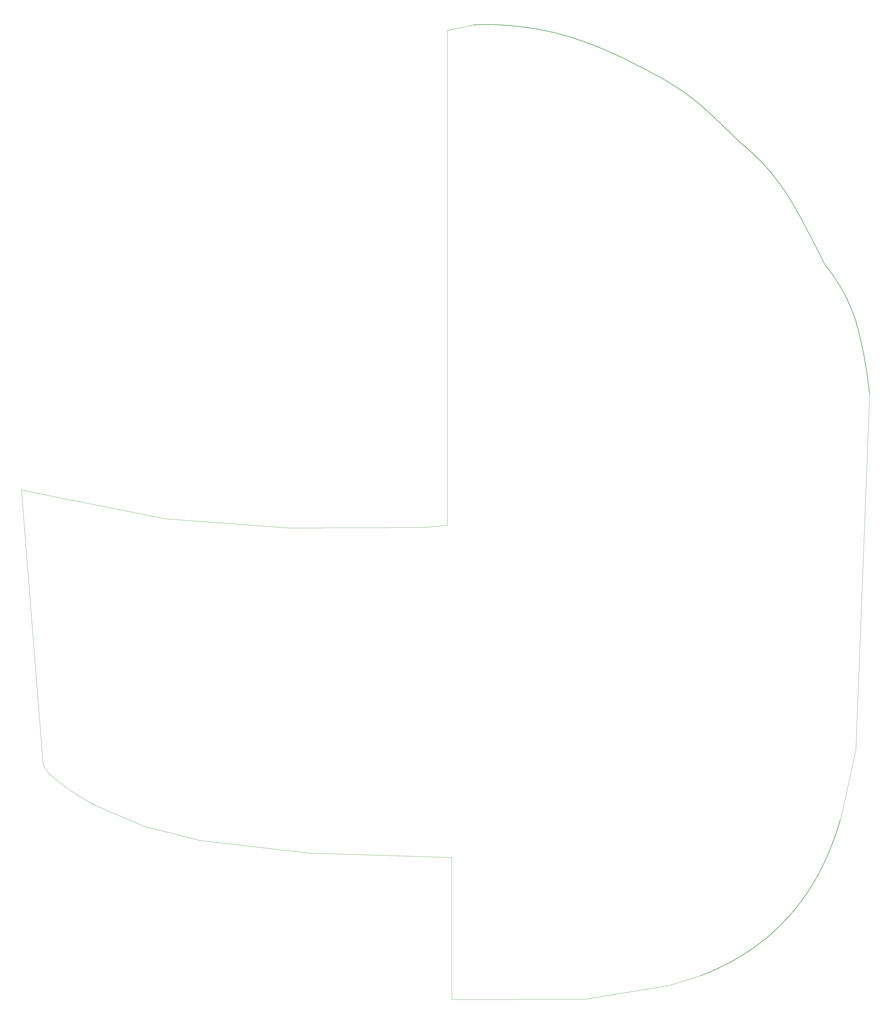
<source format=gm1>
G04 #@! TF.GenerationSoftware,KiCad,Pcbnew,(6.0.2)*
G04 #@! TF.CreationDate,2022-05-17T12:07:46-07:00*
G04 #@! TF.ProjectId,DaftPunkBackLayerBoard,44616674-5075-46e6-9b42-61636b4c6179,rev?*
G04 #@! TF.SameCoordinates,Original*
G04 #@! TF.FileFunction,Profile,NP*
%FSLAX46Y46*%
G04 Gerber Fmt 4.6, Leading zero omitted, Abs format (unit mm)*
G04 Created by KiCad (PCBNEW (6.0.2)) date 2022-05-17 12:07:46*
%MOMM*%
%LPD*%
G01*
G04 APERTURE LIST*
G04 #@! TA.AperFunction,Profile*
%ADD10C,0.050000*%
G04 #@! TD*
%ADD11C,0.200000*%
G04 APERTURE END LIST*
D10*
X61600000Y-274400000D02*
X60000000Y-271900000D01*
X263300000Y-343400000D02*
X273325000Y-340250000D01*
X198100000Y-32300000D02*
X199462513Y-31957670D01*
X67400000Y-279200000D02*
X66100000Y-278200000D01*
X66100000Y-278200000D02*
X65100000Y-277400000D01*
D11*
X313762513Y-109745169D02*
X313985039Y-110015666D01*
X314209524Y-110292085D01*
X314435828Y-110574437D01*
X314663814Y-110862730D01*
X314893344Y-111156975D01*
X315124281Y-111457182D01*
X315356486Y-111763359D01*
X315589822Y-112075517D01*
X315824150Y-112393666D01*
X316059334Y-112717815D01*
X316295236Y-113047973D01*
X316531717Y-113384152D01*
X316768639Y-113726360D01*
X317005866Y-114074607D01*
X317243259Y-114428903D01*
X317480680Y-114789257D01*
X317717992Y-115155680D01*
X317955057Y-115528181D01*
X318191737Y-115906769D01*
X318427894Y-116291455D01*
X318663390Y-116682249D01*
X318898088Y-117079159D01*
X319131850Y-117482196D01*
X319364538Y-117891369D01*
X319596015Y-118306689D01*
X319826141Y-118728164D01*
X320054781Y-119155806D01*
X320281795Y-119589622D01*
X320507047Y-120029623D01*
X320730397Y-120475820D01*
X320951710Y-120928220D01*
X321170846Y-121386836D01*
D10*
X110900000Y-296400000D02*
X92900000Y-291800000D01*
X74000000Y-283400000D02*
X72800000Y-282700000D01*
X191200000Y-194200000D02*
X191200000Y-33700000D01*
D11*
X287304180Y-70939614D02*
X287483974Y-71089208D01*
X287666213Y-71241879D01*
X287850844Y-71397636D01*
X288037814Y-71556485D01*
X288227070Y-71718433D01*
X288418558Y-71883489D01*
X288612225Y-72051659D01*
X288808019Y-72222950D01*
X289005887Y-72397371D01*
X289205774Y-72574928D01*
X289407629Y-72755629D01*
X289611398Y-72939481D01*
X289817027Y-73126492D01*
X290024465Y-73316669D01*
X290233657Y-73510019D01*
X290444551Y-73706549D01*
X290657093Y-73906268D01*
X290871231Y-74109182D01*
X291086911Y-74315299D01*
X291304081Y-74524625D01*
X291522687Y-74737170D01*
X291742676Y-74952939D01*
X291963995Y-75171940D01*
X292186591Y-75394181D01*
X292410411Y-75619668D01*
X292635401Y-75848410D01*
X292861509Y-76080414D01*
X293088682Y-76315686D01*
X293316867Y-76554235D01*
X293546009Y-76796068D01*
X293776057Y-77041191D01*
X294006958Y-77289614D01*
X294006958Y-77289614D02*
X294199041Y-77498210D01*
X294431024Y-77752819D01*
X294700838Y-78052740D01*
X294849285Y-78219474D01*
X295006413Y-78397273D01*
X295171965Y-78586049D01*
X295345682Y-78785715D01*
X295527304Y-78996184D01*
X295716575Y-79217368D01*
X295913234Y-79449178D01*
X296117023Y-79691529D01*
X296327685Y-79944332D01*
X296544959Y-80207499D01*
X296768588Y-80480943D01*
X296998313Y-80764577D01*
X297233876Y-81058312D01*
X297475017Y-81362061D01*
X297721478Y-81675737D01*
X297973001Y-81999252D01*
X298229328Y-82332519D01*
X298490198Y-82675449D01*
X298755355Y-83027956D01*
X299024539Y-83389951D01*
X299297491Y-83761347D01*
X299573954Y-84142057D01*
X299853668Y-84531993D01*
X300136376Y-84931067D01*
X300421817Y-85339192D01*
X300709735Y-85756280D01*
D10*
X146400000Y-300500000D02*
X110900000Y-296400000D01*
D11*
X273922235Y-58432670D02*
X273230111Y-57835122D01*
X272542712Y-57255419D01*
X271859619Y-56692850D01*
X271180414Y-56146704D01*
X270504680Y-55616270D01*
X269831999Y-55100837D01*
X269161954Y-54599692D01*
X268494127Y-54112126D01*
X267828101Y-53637426D01*
X267163457Y-53174881D01*
X266499778Y-52723781D01*
X265836647Y-52283414D01*
X265173645Y-51853069D01*
X264510356Y-51432034D01*
X263846361Y-51019599D01*
X263181243Y-50615052D01*
X262514584Y-50217681D01*
X261845968Y-49826777D01*
X261174975Y-49441627D01*
X260501188Y-49061520D01*
X259824191Y-48685745D01*
X259143564Y-48313591D01*
X258458891Y-47944346D01*
X257769754Y-47577300D01*
X257075735Y-47211740D01*
X256376417Y-46846957D01*
X255671381Y-46482238D01*
X254960211Y-46116873D01*
X254242489Y-45750150D01*
X253517797Y-45381358D01*
X252785717Y-45009785D01*
X252045833Y-44634722D01*
X324345846Y-129853503D02*
X324438921Y-130217293D01*
X324531396Y-130582564D01*
X324623259Y-130949314D01*
X324714500Y-131317541D01*
X324805107Y-131687243D01*
X324895071Y-132058417D01*
X324984380Y-132431062D01*
X325073025Y-132805177D01*
X325160993Y-133180758D01*
X325248275Y-133557803D01*
X325334861Y-133936312D01*
X325420738Y-134316281D01*
X325505897Y-134697709D01*
X325590327Y-135080593D01*
X325674017Y-135464933D01*
X325756958Y-135850725D01*
D10*
X63900000Y-276400000D02*
X62800000Y-275500000D01*
D11*
X207948611Y-31934723D02*
X207635359Y-31921258D01*
X207324914Y-31908942D01*
X207017305Y-31897750D01*
X206712562Y-31887661D01*
X206410713Y-31878649D01*
X206111788Y-31870693D01*
X205815817Y-31863768D01*
X205522829Y-31857852D01*
X205232854Y-31852920D01*
X204945920Y-31848950D01*
X204662058Y-31845919D01*
X204381296Y-31843802D01*
X204103664Y-31842577D01*
X203829192Y-31842220D01*
X203557909Y-31842708D01*
X203289844Y-31844018D01*
X203025027Y-31846126D01*
X202763488Y-31849009D01*
X202505255Y-31852644D01*
X202250358Y-31857007D01*
X201998826Y-31862074D01*
X201750689Y-31867824D01*
X201505977Y-31874231D01*
X201264718Y-31881274D01*
X201026943Y-31888928D01*
X200792680Y-31897170D01*
X200561959Y-31905977D01*
X200334809Y-31915326D01*
X200111260Y-31925193D01*
X199891341Y-31935555D01*
X199675082Y-31946388D01*
X199462513Y-31957670D01*
X321170846Y-121386836D02*
X321304967Y-121673036D01*
X321436580Y-121958132D01*
X321565711Y-122242093D01*
X321692385Y-122524892D01*
X321816627Y-122806498D01*
X321938464Y-123086884D01*
X322057921Y-123366020D01*
X322175024Y-123643876D01*
X322289797Y-123920425D01*
X322402268Y-124195638D01*
X322512461Y-124469484D01*
X322620403Y-124741936D01*
X322726118Y-125012964D01*
X322829633Y-125282540D01*
X322930973Y-125550634D01*
X323030164Y-125817218D01*
X323127231Y-126082262D01*
X323222200Y-126345738D01*
X323315097Y-126607616D01*
X323405947Y-126867868D01*
X323494777Y-127126465D01*
X323581611Y-127383378D01*
X323666475Y-127638577D01*
X323749395Y-127892035D01*
X323830396Y-128143721D01*
X323909505Y-128393607D01*
X323986747Y-128641664D01*
X324062147Y-128887864D01*
X324135731Y-129132176D01*
X324207526Y-129374573D01*
X324277555Y-129615024D01*
X324345846Y-129853503D01*
X222412500Y-33698612D02*
X221747314Y-33569296D01*
X221086517Y-33446273D01*
X220431045Y-33329393D01*
X219781835Y-33218505D01*
X219139824Y-33113458D01*
X218505948Y-33014102D01*
X217881143Y-32920286D01*
X217266347Y-32831859D01*
X216662494Y-32748671D01*
X216070523Y-32670571D01*
X215491370Y-32597408D01*
X214925971Y-32529032D01*
X214375262Y-32465292D01*
X213840181Y-32406038D01*
X213321663Y-32351118D01*
X212820646Y-32300382D01*
X212338065Y-32253680D01*
X211874858Y-32210861D01*
X211431960Y-32171774D01*
X211010309Y-32136268D01*
X210610841Y-32104194D01*
X210234492Y-32075399D01*
X209882200Y-32049734D01*
X209554899Y-32027048D01*
X209253528Y-32007190D01*
X208979022Y-31990010D01*
X208732319Y-31975357D01*
X208514354Y-31963080D01*
X208168386Y-31945053D01*
X207948611Y-31934723D01*
D10*
X192600000Y-301900000D02*
X146400000Y-300500000D01*
D11*
X287304180Y-70939614D02*
X287079534Y-70793155D01*
X286920549Y-70656068D01*
X286722795Y-70478517D01*
X286488239Y-70262702D01*
X286218850Y-70010826D01*
X285916598Y-69725089D01*
X285583451Y-69407693D01*
X285221378Y-69060839D01*
X284832347Y-68686728D01*
X284418328Y-68287562D01*
X283981289Y-67865542D01*
X283523199Y-67422869D01*
X283046026Y-66961745D01*
X282551740Y-66484371D01*
X282042309Y-65992948D01*
X281519702Y-65489678D01*
X280985888Y-64976762D01*
X280442835Y-64456401D01*
X279892513Y-63930797D01*
X279336889Y-63402151D01*
X278777934Y-62872664D01*
X278217615Y-62344538D01*
X277657902Y-61819974D01*
X277100762Y-61301173D01*
X276548166Y-60790336D01*
X276002081Y-60289666D01*
X275464477Y-59801362D01*
X274937322Y-59327628D01*
X274422585Y-58870663D01*
X273922235Y-58432670D01*
D10*
X79200000Y-286000000D02*
X77600000Y-285300000D01*
X192700000Y-33400000D02*
X194100000Y-33100000D01*
X77600000Y-285300000D02*
X76800000Y-284900000D01*
X183200000Y-194900000D02*
X191200000Y-194200000D01*
X52900000Y-182700000D02*
X64900000Y-185200000D01*
X194100000Y-33100000D02*
X196000000Y-32700000D01*
D11*
X301900000Y-321200000D02*
X302696974Y-320304928D01*
X303466220Y-319410109D01*
X304208284Y-318516384D01*
X304923714Y-317624594D01*
X305613057Y-316735582D01*
X306276859Y-315850190D01*
X306915670Y-314969258D01*
X307530034Y-314093630D01*
X308120501Y-313224147D01*
X308687616Y-312361651D01*
X309231928Y-311506984D01*
X309753983Y-310660987D01*
X310254328Y-309824503D01*
X310733512Y-308998373D01*
X311192080Y-308183439D01*
X311630580Y-307380543D01*
X312049560Y-306590527D01*
X312449567Y-305814233D01*
X312831147Y-305052502D01*
X313194848Y-304306177D01*
X313541218Y-303576099D01*
X313870803Y-302863110D01*
X314184150Y-302168053D01*
X314481808Y-301491768D01*
X314764323Y-300835097D01*
X315032241Y-300198884D01*
X315286112Y-299583968D01*
X315526481Y-298991193D01*
X315753896Y-298421401D01*
X315968904Y-297875432D01*
X316172053Y-297354129D01*
X316363889Y-296858334D01*
D10*
X60000000Y-271900000D02*
X52900000Y-182700000D01*
X139800000Y-195100000D02*
X183200000Y-194900000D01*
X72800000Y-282700000D02*
X71800000Y-282100000D01*
D11*
X252045833Y-44634722D02*
X251490281Y-44353505D01*
X250905307Y-44058558D01*
X250291464Y-43750863D01*
X249649302Y-43431402D01*
X248979374Y-43101158D01*
X248282231Y-42761114D01*
X247558427Y-42412251D01*
X246808512Y-42055553D01*
X246033038Y-41692001D01*
X245232559Y-41322579D01*
X244407624Y-40948268D01*
X243558787Y-40570052D01*
X242686600Y-40188913D01*
X241791613Y-39805833D01*
X240874380Y-39421795D01*
X239935453Y-39037782D01*
X238975382Y-38654775D01*
X237994720Y-38273758D01*
X236994020Y-37895713D01*
X235973832Y-37521622D01*
X234934709Y-37152469D01*
X233877203Y-36789234D01*
X232801866Y-36432902D01*
X231709250Y-36084454D01*
X230599906Y-35744873D01*
X229474387Y-35415141D01*
X228333245Y-35096242D01*
X227177031Y-34789157D01*
X226006298Y-34494869D01*
X224821597Y-34214360D01*
X223623480Y-33948614D01*
X222412500Y-33698612D01*
D10*
X65100000Y-277400000D02*
X63900000Y-276400000D01*
X196000000Y-32700000D02*
X198100000Y-32300000D01*
X75800000Y-284400000D02*
X74900000Y-283900000D01*
X76800000Y-284900000D02*
X75800000Y-284400000D01*
X328226402Y-151372947D02*
X323800000Y-267000000D01*
X263300000Y-343400000D02*
X235700000Y-347900000D01*
X191200000Y-33700000D02*
X192700000Y-33400000D01*
D11*
X316363889Y-296858334D02*
X316470414Y-296580911D01*
X316574883Y-296305938D01*
X316677312Y-296033468D01*
X316777716Y-295763550D01*
X316876112Y-295496236D01*
X316972517Y-295231577D01*
X317066946Y-294969624D01*
X317159416Y-294710428D01*
X317249944Y-294454042D01*
X317338545Y-294200515D01*
X317425235Y-293949899D01*
X317510032Y-293702245D01*
X317592951Y-293457604D01*
X317674009Y-293216028D01*
X317753222Y-292977567D01*
X317830606Y-292742273D01*
X317906177Y-292510197D01*
X317979953Y-292281390D01*
X318051948Y-292055903D01*
X318122180Y-291833788D01*
X318190665Y-291615095D01*
X318257419Y-291399876D01*
X318322457Y-291188182D01*
X318385798Y-290980064D01*
X318447456Y-290775573D01*
X318507449Y-290574761D01*
X318565792Y-290377678D01*
X318622502Y-290184376D01*
X318731086Y-289809319D01*
X318833334Y-289450000D01*
X300709735Y-85756280D02*
X300925907Y-86073343D01*
X301152614Y-86410687D01*
X301270826Y-86588878D01*
X301392762Y-86774436D01*
X301518783Y-86968127D01*
X301649255Y-87170715D01*
X301784539Y-87382966D01*
X301924999Y-87605646D01*
X302070998Y-87839520D01*
X302222900Y-88085354D01*
X302381067Y-88343913D01*
X302545863Y-88615963D01*
X302717651Y-88902268D01*
X302896794Y-89203596D01*
X303083656Y-89520710D01*
X303278598Y-89854376D01*
X303481986Y-90205361D01*
X303694181Y-90574429D01*
X303915547Y-90962346D01*
X304146448Y-91369878D01*
X304387246Y-91797789D01*
X304638304Y-92246846D01*
X304899986Y-92717814D01*
X305172655Y-93211458D01*
X305456675Y-93728544D01*
X305752407Y-94269837D01*
X306060216Y-94836102D01*
X306380465Y-95428107D01*
X306713517Y-96046614D01*
X307059735Y-96692392D01*
D10*
X71800000Y-282100000D02*
X68400000Y-279900000D01*
X74900000Y-283900000D02*
X74000000Y-283400000D01*
X68400000Y-279900000D02*
X67400000Y-279200000D01*
D11*
X273325000Y-340250000D02*
X273802048Y-340068522D01*
X274322844Y-339868089D01*
X274885695Y-339647928D01*
X275488911Y-339407262D01*
X276130800Y-339145318D01*
X276809670Y-338861321D01*
X277523831Y-338554498D01*
X278271591Y-338224073D01*
X279051258Y-337869272D01*
X279861142Y-337489321D01*
X280699550Y-337083445D01*
X281564792Y-336650870D01*
X282455177Y-336190822D01*
X283369012Y-335702526D01*
X284304606Y-335185208D01*
X285260269Y-334638093D01*
X286234309Y-334060407D01*
X287225034Y-333451375D01*
X288230753Y-332810224D01*
X289249775Y-332136179D01*
X290280408Y-331428464D01*
X291320962Y-330686307D01*
X292369744Y-329908933D01*
X293425063Y-329095566D01*
X294485228Y-328245433D01*
X295548548Y-327357760D01*
X296613331Y-326431772D01*
X297677887Y-325466694D01*
X298740522Y-324461752D01*
X299799547Y-323416172D01*
X300853270Y-322329179D01*
X301900000Y-321200000D01*
D10*
X192600000Y-348000000D02*
X192600000Y-301900000D01*
X323800000Y-267000000D02*
X318833334Y-289450000D01*
X62800000Y-275500000D02*
X61600000Y-274400000D01*
D11*
X307059735Y-96692392D02*
X307228595Y-97008335D01*
X307400482Y-97330588D01*
X307575353Y-97659114D01*
X307753169Y-97993875D01*
X307933888Y-98334832D01*
X308117470Y-98681949D01*
X308303874Y-99035187D01*
X308493060Y-99394509D01*
X308684988Y-99759877D01*
X308879616Y-100131253D01*
X309076904Y-100508599D01*
X309276812Y-100891878D01*
X309479298Y-101281052D01*
X309684323Y-101676083D01*
X309891845Y-102076934D01*
X310101824Y-102483566D01*
X310314219Y-102895941D01*
X310528991Y-103314023D01*
X310746097Y-103737774D01*
X310965498Y-104167155D01*
X311187154Y-104602128D01*
X311411022Y-105042657D01*
X311637064Y-105488703D01*
X311865237Y-105940229D01*
X312095502Y-106397197D01*
X312327818Y-106859568D01*
X312562145Y-107327306D01*
X312798441Y-107800372D01*
X313036667Y-108278730D01*
X313276781Y-108762340D01*
X313518743Y-109251165D01*
X313762513Y-109745169D01*
D10*
X92900000Y-291800000D02*
X79200000Y-286000000D01*
X99900000Y-192100000D02*
X139800000Y-195100000D01*
X235700000Y-347900000D02*
X192600000Y-348000000D01*
D11*
X325756958Y-135850725D02*
X325865235Y-136362031D01*
X325971317Y-136871769D01*
X326075225Y-137379926D01*
X326176976Y-137886489D01*
X326276588Y-138391446D01*
X326374082Y-138894785D01*
X326469475Y-139396493D01*
X326562786Y-139896558D01*
X326654034Y-140394967D01*
X326743238Y-140891708D01*
X326830416Y-141386769D01*
X326915587Y-141880137D01*
X326998770Y-142371800D01*
X327079983Y-142861745D01*
X327159246Y-143349961D01*
X327236577Y-143836434D01*
X327311995Y-144321153D01*
X327385518Y-144804104D01*
X327457165Y-145285276D01*
X327526955Y-145764657D01*
X327594907Y-146242233D01*
X327661039Y-146717992D01*
X327725370Y-147191922D01*
X327787919Y-147664011D01*
X327848705Y-148134247D01*
X327907746Y-148602616D01*
X327965061Y-149069106D01*
X328020669Y-149533706D01*
X328074588Y-149996402D01*
X328126837Y-150457182D01*
X328177436Y-150916035D01*
X328226402Y-151372947D01*
D10*
X64900000Y-185200000D02*
X99900000Y-192100000D01*
M02*

</source>
